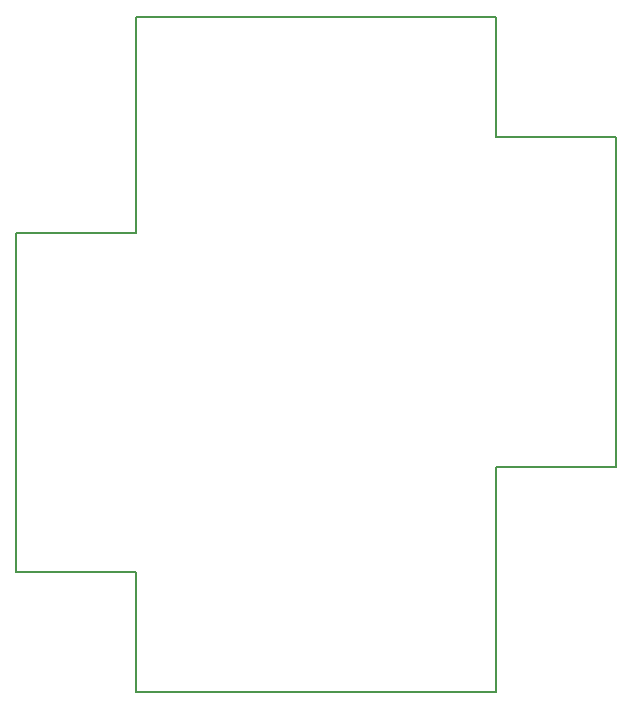
<source format=gbr>
G04 #@! TF.GenerationSoftware,KiCad,Pcbnew,(2018-01-18 revision 959767c09)-makepkg*
G04 #@! TF.CreationDate,2018-01-30T22:09:32+01:00*
G04 #@! TF.ProjectId,SensorPCB_V1.1,53656E736F725043425F56312E312E6B,rev?*
G04 #@! TF.SameCoordinates,Original*
G04 #@! TF.FileFunction,Profile,NP*
%FSLAX46Y46*%
G04 Gerber Fmt 4.6, Leading zero omitted, Abs format (unit mm)*
G04 Created by KiCad (PCBNEW (2018-01-18 revision 959767c09)-makepkg) date 01/30/18 22:09:32*
%MOMM*%
%LPD*%
G01*
G04 APERTURE LIST*
%ADD10C,0.150000*%
G04 APERTURE END LIST*
D10*
X53340000Y-50800000D02*
X53340000Y-69850000D01*
X63500000Y-50800000D02*
X53340000Y-50800000D01*
X22860000Y-69850000D02*
X22860000Y-59690000D01*
X12700000Y-59690000D02*
X22860000Y-59690000D01*
X22860000Y-30988000D02*
X22860000Y-12700000D01*
X12700000Y-30988000D02*
X22860000Y-30988000D01*
X53340000Y-22860000D02*
X53340000Y-12700000D01*
X63500000Y-22860000D02*
X53340000Y-22860000D01*
X12700000Y-59690000D02*
X12700000Y-30988000D01*
X53340000Y-69850000D02*
X22860000Y-69850000D01*
X63500000Y-22860000D02*
X63500000Y-50800000D01*
X22860000Y-12700000D02*
X53340000Y-12700000D01*
M02*

</source>
